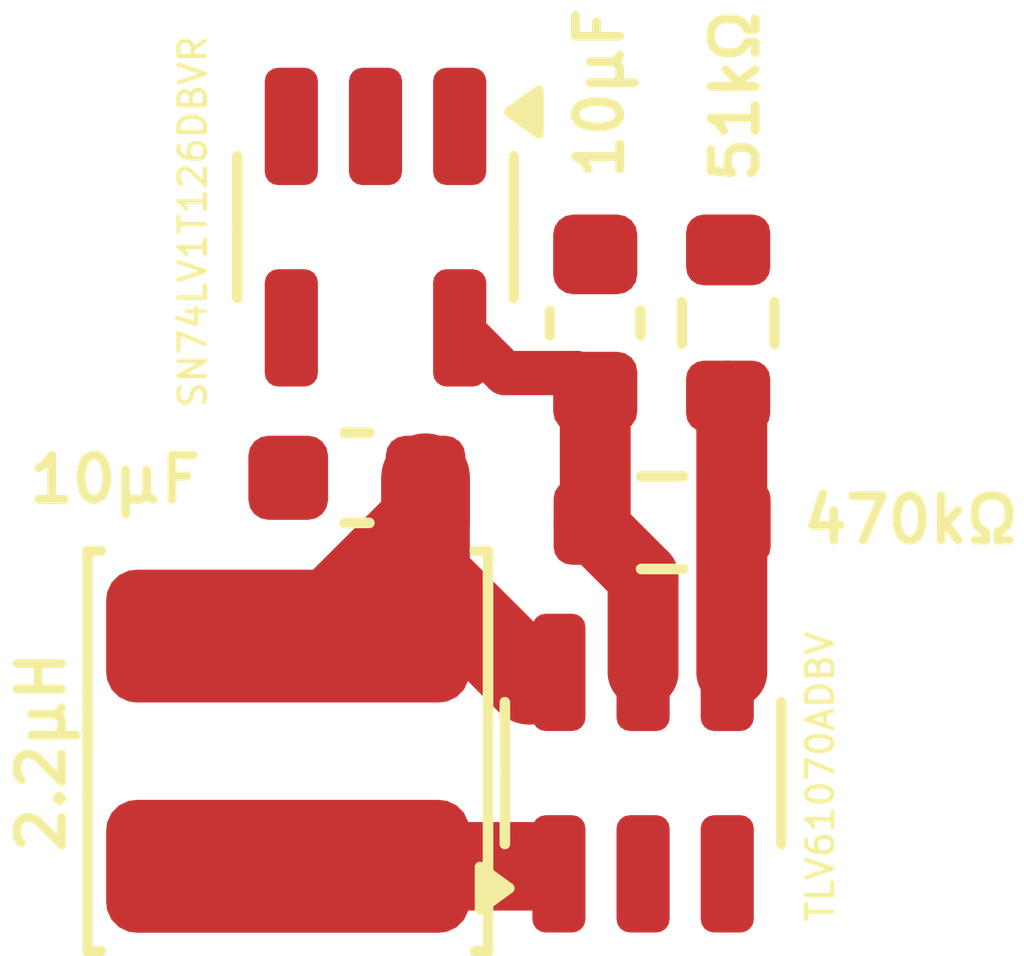
<source format=kicad_pcb>
(kicad_pcb (version 20241229) (generator "pcbnew") (generator_version "9.0")
  (layers (0 "F.Cu" signal) (2 "B.Cu" signal) (13 "F.Paste" user) (15 "B.Paste" user) (5 "F.SilkS" user "F.Silkscreen") (7 "B.SilkS" user "B.Silkscreen") (1 "F.Mask" user) (3 "B.Mask" user) (25 "Edge.Cuts" user))
  (net 0 "")
  (net 1 "RAW")
  (net 2 "GND")
  (net 3 "5V")
  (net 4 "5V_EN")
  (net 5 "LED_D5V")
  (net 6 "LED_D3V")
  (net 7 "BOOST_FB")
  (net 8 "BOOST_SW")
  (footprint "Package_TO_SOT_SMD:SOT-23-5" (layer "F.Cu") (at 159.85 94.3525 -90)
    (property "Reference" "U2" (hide yes))
    (property "Value" "SN74LV1T126DBVR" (at -0.0625 2.06 90) (layer "F.SilkS") (effects (font (size 0.3 0.3) (thickness 0.05) (bold yes))))
    (fp_line (start 0 1.56) (end -0.8 1.56) (stroke (width 0.12)) (layer "F.SilkS"))
    (fp_line (start 0 1.56) (end 0.8 1.56) (stroke (width 0.12)) (layer "F.SilkS"))
    (fp_line (start 0 -1.56) (end -0.8 -1.56) (stroke (width 0.12)) (layer "F.SilkS"))
    (fp_line (start 0 -1.56) (end 0.8 -1.56) (stroke (width 0.12)) (layer "F.SilkS"))
    (fp_poly (pts (xy -1.3 -1.51) (xy -1.54 -1.84) (xy -1.06 -1.84)) (stroke (width 0.12)) (fill yes) (layer "F.SilkS"))
    (pad "1" smd roundrect (at -1.1375 -0.95 270) (size 1.325 0.6) (layers "F.Cu" "F.Mask" "F.Paste") (net 4 "5V_EN"))
    (pad "2" smd roundrect (at -1.1375 0 270) (size 1.325 0.6) (layers "F.Cu" "F.Mask" "F.Paste") (net 6 "LED_D3V"))
    (pad "3" smd roundrect (at -1.1375 0.95 270) (size 1.325 0.6) (layers "F.Cu" "F.Mask" "F.Paste") (net 2 "GND"))
    (pad "4" smd roundrect (at 1.1375 0.95 270) (size 1.325 0.6) (layers "F.Cu" "F.Mask" "F.Paste") (net 5 "LED_D5V"))
    (pad "5" smd roundrect (at 1.1375 -0.95 270) (size 1.325 0.6) (layers "F.Cu" "F.Mask" "F.Paste") (net 3 "5V"))
  )
  (footprint "huntercook:L_CJIANG_FTC404030S_4.1x4.1x3.0_SMD" (layer "F.Cu") (at 158.86 100.27 -90)
    (property "Reference" "L1" (hide yes))
    (property "Value" "2.2μH" (at 0.01 2.78 90) (layer "F.SilkS") (effects (font (size 0.5 0.5) (thickness 0.1) (bold yes))))
    (fp_line (start -2.26 2.26) (end 2.26 2.26) (stroke (width 0.12)) (layer "F.SilkS"))
    (fp_line (start -2.26 2.26) (end -2.26 2.11) (stroke (width 0.12)) (layer "F.SilkS"))
    (fp_line (start 2.26 2.26) (end 2.26 2.11) (stroke (width 0.12)) (layer "F.SilkS"))
    (fp_line (start -2.26 -2.26) (end -2.26 -2.11) (stroke (width 0.12)) (layer "F.SilkS"))
    (fp_line (start -2.26 -2.26) (end 2.26 -2.26) (stroke (width 0.12)) (layer "F.SilkS"))
    (fp_line (start 2.26 -2.26) (end 2.26 -2.11) (stroke (width 0.12)) (layer "F.SilkS"))
    (pad "1" smd roundrect (at -1.3 0 270) (size 1.5 4.1) (layers "F.Cu" "F.Mask" "F.Paste") (roundrect_rratio 0.227273) (net 1 "RAW"))
    (pad "2" smd roundrect (at 1.3 0 270) (size 1.5 4.1) (layers "F.Cu" "F.Mask" "F.Paste") (roundrect_rratio 0.227273) (net 8 "BOOST_SW"))
  )
  (footprint "Package_TO_SOT_SMD:SOT-23-6" (layer "F.Cu") (at 162.87 100.5175 90)
    (property "Reference" "U1" (hide yes))
    (property "Value" "TLV61070ADBV" (at -0.0425 2 90) (layer "F.SilkS") (effects (font (size 0.3 0.3) (thickness 0.05))))
    (fp_line (start 0 -1.56) (end 0.8 -1.56) (stroke (width 0.12)) (layer "F.SilkS"))
    (fp_line (start 0 -1.56) (end -0.8 -1.56) (stroke (width 0.12)) (layer "F.SilkS"))
    (fp_line (start 0 1.56) (end 0.8 1.56) (stroke (width 0.12)) (layer "F.SilkS"))
    (fp_line (start 0 1.56) (end -0.8 1.56) (stroke (width 0.12)) (layer "F.SilkS"))
    (fp_poly (pts (xy -1.3 -1.51) (xy -1.54 -1.84) (xy -1.06 -1.84)) (stroke (width 0.12)) (fill yes) (layer "F.SilkS"))
    (pad "1" smd roundrect (at -1.1375 -0.95 90) (size 1.325 0.6) (layers "F.Cu" "F.Mask" "F.Paste") (net 8 "BOOST_SW"))
    (pad "2" smd roundrect (at -1.1375 0 90) (size 1.325 0.6) (layers "F.Cu" "F.Mask" "F.Paste") (net 2 "GND"))
    (pad "3" smd roundrect (at -1.1375 0.95 90) (size 1.325 0.6) (layers "F.Cu" "F.Mask" "F.Paste") (net 4 "5V_EN"))
    (pad "4" smd roundrect (at 1.1375 0.95 90) (size 1.325 0.6) (layers "F.Cu" "F.Mask" "F.Paste") (net 7 "BOOST_FB"))
    (pad "5" smd roundrect (at 1.1375 0 90) (size 1.325 0.6) (layers "F.Cu" "F.Mask" "F.Paste") (net 3 "5V"))
    (pad "6" smd roundrect (at 1.1375 -0.95 90) (size 1.325 0.6) (layers "F.Cu" "F.Mask" "F.Paste") (net 1 "RAW"))
  )
  (footprint "Capacitor_SMD:C_0603_1608Metric" (layer "F.Cu") (at 159.64 97.1825 180)
    (property "Reference" "C1" (hide yes))
    (property "Value" "10μF" (at 2.73 -0.0175 0) (layer "F.SilkS") (effects (font (size 0.5 0.5) (thickness 0.1) (bold yes))))
    (fp_line (start -0.14058 0.51) (end 0.14058 0.51) (stroke (width 0.12)) (layer "F.SilkS"))
    (fp_line (start -0.14058 -0.51) (end 0.14058 -0.51) (stroke (width 0.12)) (layer "F.SilkS"))
    (pad "1" smd roundrect (at -0.775 0 180) (size 0.9 0.95) (layers "F.Cu" "F.Mask" "F.Paste") (net 1 "RAW"))
    (pad "2" smd roundrect (at 0.775 0 180) (size 0.9 0.95) (layers "F.Cu" "F.Mask" "F.Paste") (net 2 "GND"))
  )
  (footprint "Resistor_SMD:R_0603_1608Metric" (layer "F.Cu") (at 163.83 95.435 90)
    (property "Reference" "R2" (hide yes))
    (property "Value" "51kΩ" (at 2.565 0.08 90) (layer "F.SilkS") (effects (font (size 0.5 0.5) (thickness 0.1) (bold yes))))
    (fp_line (start -0.237258 -0.5225) (end 0.237258 -0.5225) (stroke (width 0.12)) (layer "F.SilkS"))
    (fp_line (start -0.237258 0.5225) (end 0.237258 0.5225) (stroke (width 0.12)) (layer "F.SilkS"))
    (pad "1" smd roundrect (at -0.825 0 90) (size 0.8 0.95) (layers "F.Cu" "F.Mask" "F.Paste") (net 7 "BOOST_FB"))
    (pad "2" smd roundrect (at 0.825 0 90) (size 0.8 0.95) (layers "F.Cu" "F.Mask" "F.Paste") (net 2 "GND"))
  )
  (footprint "Resistor_SMD:R_0603_1608Metric" (layer "F.Cu") (at 163.085 97.69)
    (property "Reference" "R1" (hide yes))
    (property "Value" "470kΩ" (at 2.805 -0.03 0) (layer "F.SilkS") (effects (font (size 0.5 0.5) (thickness 0.1) (bold yes))))
    (fp_line (start -0.237258 -0.5225) (end 0.237258 -0.5225) (stroke (width 0.12)) (layer "F.SilkS"))
    (fp_line (start -0.237258 0.5225) (end 0.237258 0.5225) (stroke (width 0.12)) (layer "F.SilkS"))
    (pad "1" smd roundrect (at -0.825 0) (size 0.8 0.95) (layers "F.Cu" "F.Mask" "F.Paste") (net 3 "5V"))
    (pad "2" smd roundrect (at 0.825 0) (size 0.8 0.95) (layers "F.Cu" "F.Mask" "F.Paste") (net 7 "BOOST_FB"))
  )
  (footprint "Capacitor_SMD:C_0603_1608Metric" (layer "F.Cu") (at 162.33 95.435 90)
    (property "Reference" "C2" (hide yes))
    (property "Value" "10μF" (at 2.595 0.05 90) (layer "F.SilkS") (effects (font (size 0.5 0.5) (thickness 0.1) (bold yes))))
    (fp_line (start -0.14058 -0.51) (end 0.14058 -0.51) (stroke (width 0.12)) (layer "F.SilkS"))
    (fp_line (start -0.14058 0.51) (end 0.14058 0.51) (stroke (width 0.12)) (layer "F.SilkS"))
    (pad "1" smd roundrect (at -0.775 0 90) (size 0.9 0.95) (layers "F.Cu" "F.Mask" "F.Paste") (net 3 "5V"))
    (pad "2" smd roundrect (at 0.775 0 90) (size 0.9 0.95) (layers "F.Cu" "F.Mask" "F.Paste") (net 2 "GND"))
  )
  (segment (start 159.1025 98.97) (end 160.415 97.6575) (width 1) (layer "F.Cu") (net 1))
  (segment (start 158.86 98.97) (end 161.09 98.97) (width 1) (layer "F.Cu") (net 1))
  (segment (start 160.415 98.295) (end 161.09 98.97) (width 1) (layer "F.Cu") (net 1))
  (segment (start 158.86 98.97) (end 159.1025 98.97) (width 1) (layer "F.Cu") (net 1))
  (segment (start 161.09 98.97) (end 161.59 99.47) (width 1) (layer "F.Cu") (net 1))
  (segment (start 160.415 97.6575) (end 160.415 97.1825) (width 1) (layer "F.Cu") (net 1))
  (segment (start 160.415 97.1825) (end 160.415 98.295) (width 1) (layer "F.Cu") (net 1))
  (segment (start 160.8 95.49) (end 161.31 96) (width 0.5) (layer "F.Cu") (net 3))
  (segment (start 162.33 97.62) (end 162.26 97.69) (width 0.8) (layer "F.Cu") (net 3))
  (segment (start 161.31 96) (end 162.12 96) (width 0.5) (layer "F.Cu") (net 3))
  (segment (start 162.12 96) (end 162.33 96.21) (width 0.5) (layer "F.Cu") (net 3))
  (segment (start 162.87 99.38) (end 162.87 98.3) (width 0.8) (layer "F.Cu") (net 3))
  (segment (start 162.33 96.21) (end 162.33 97.62) (width 0.8) (layer "F.Cu") (net 3))
  (segment (start 162.87 98.3) (end 162.26 97.69) (width 0.8) (layer "F.Cu") (net 3))
  (segment (start 163.871 96.301) (end 163.871 99.38) (width 0.8) (layer "F.Cu") (net 7))
  (segment (start 163.83 96.26) (end 163.871 96.301) (width 0.8) (layer "F.Cu") (net 7))
  (segment (start 158.86 101.57) (end 161.61 101.57) (width 1) (layer "F.Cu") (net 8))
)
</source>
